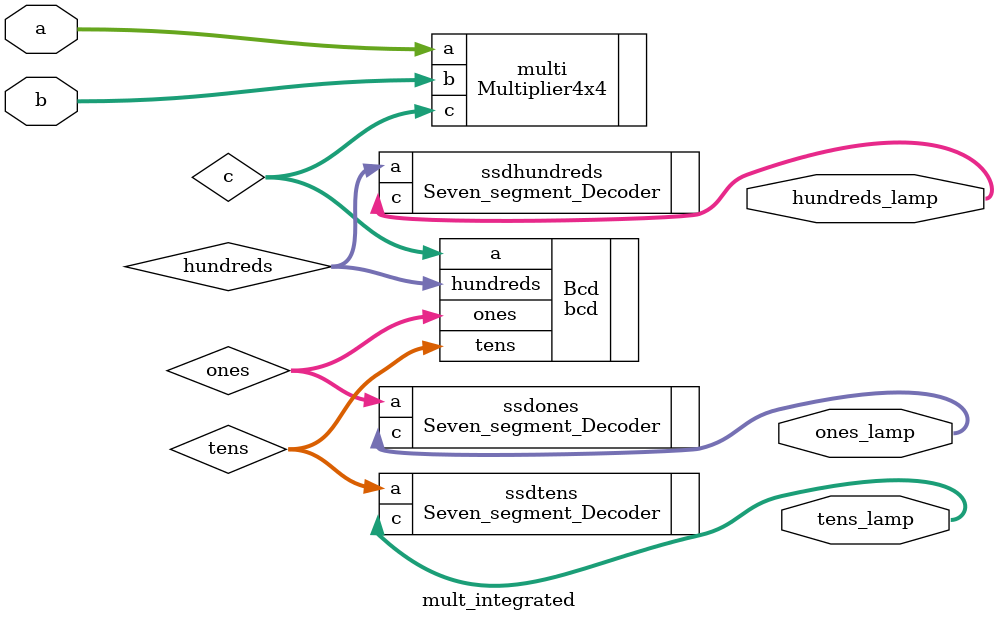
<source format=v>
/*module mult_integrated_tb();
reg [3:0]a;
reg [3:0]b;
wire ones_lamp[6:0];
wire tens_lamp[6:0];
wire hundreds_lamp[6:0];

 mult_integrated integrated (.a(a),.b(b),.ones_lamp(ones_lamp) ,.tens_lamp(tens_lamp),.hundreds_lamp(hundreds_lamp));
initial
begin
$display("a   *    b =  hundreds     tens     ones");
$monitor("%b   *    %b = %b             %b     %b",a,b,hundreds_lamp,tens_lamp,ones_lamp);
a=4'b0010;
b=4'b0011;
end
endmodule
*/
module mult_integrated(
input[3:0] a,
input[3:0]b,
output [6:0]ones_lamp,
output [6:0]tens_lamp,
output [6:0]hundreds_lamp);
wire [7:0] c;
wire [3:0] ones;
wire [3:0] tens;
wire[3:0] hundreds;
 Multiplier4x4 multi(
  .a(a),
  .b(b),
   .c(c));

bcd Bcd(.a(c),.ones(ones),.tens(tens),.hundreds(hundreds));
Seven_segment_Decoder ssdones(.a(ones),.c(ones_lamp));
Seven_segment_Decoder ssdtens(.a(tens),.c(tens_lamp));
Seven_segment_Decoder ssdhundreds(.a(hundreds),.c(hundreds_lamp));

endmodule

</source>
